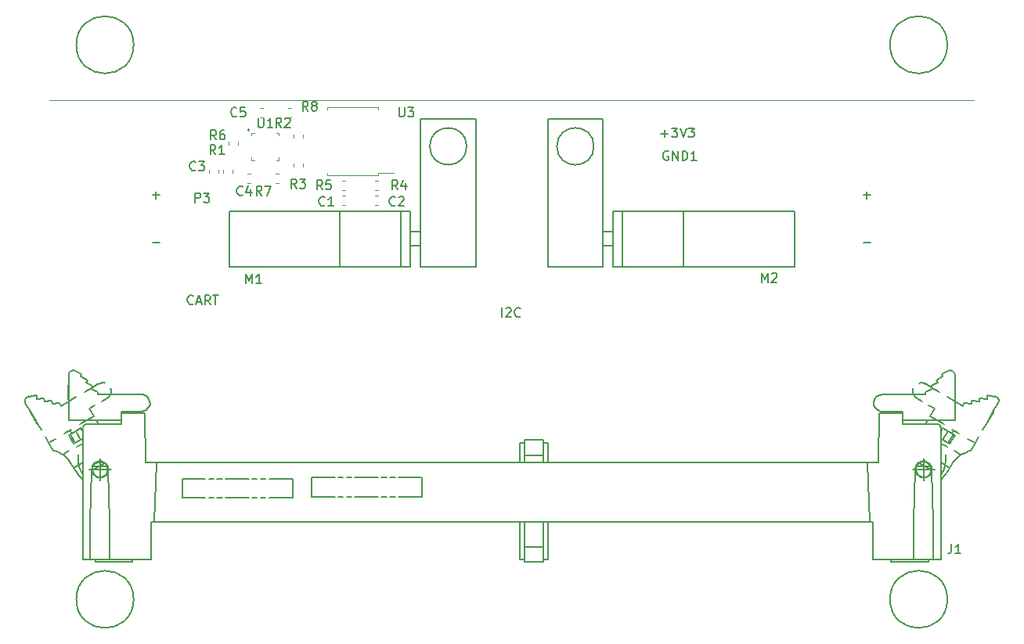
<source format=gbr>
G04 #@! TF.GenerationSoftware,KiCad,Pcbnew,5.1.5+dfsg1-2build2*
G04 #@! TF.CreationDate,2021-08-16T15:22:43+02:00*
G04 #@! TF.ProjectId,ModulAdapterMagnet,4d6f6475-6c41-4646-9170-7465724d6167,rev?*
G04 #@! TF.SameCoordinates,Original*
G04 #@! TF.FileFunction,Legend,Top*
G04 #@! TF.FilePolarity,Positive*
%FSLAX46Y46*%
G04 Gerber Fmt 4.6, Leading zero omitted, Abs format (unit mm)*
G04 Created by KiCad (PCBNEW 5.1.5+dfsg1-2build2) date 2021-08-16 15:22:43*
%MOMM*%
%LPD*%
G04 APERTURE LIST*
%ADD10C,0.150000*%
%ADD11C,0.100000*%
%ADD12C,0.120000*%
G04 APERTURE END LIST*
D10*
X61119047Y-90271428D02*
X61880952Y-90271428D01*
X61500000Y-90652380D02*
X61500000Y-89890476D01*
X61119047Y-95371428D02*
X61880952Y-95371428D01*
X138019047Y-95371428D02*
X138780952Y-95371428D01*
X138019047Y-90271428D02*
X138780952Y-90271428D01*
X138400000Y-90652380D02*
X138400000Y-89890476D01*
X65535500Y-102008142D02*
X65487880Y-102055761D01*
X65345023Y-102103380D01*
X65249785Y-102103380D01*
X65106928Y-102055761D01*
X65011690Y-101960523D01*
X64964071Y-101865285D01*
X64916452Y-101674809D01*
X64916452Y-101531952D01*
X64964071Y-101341476D01*
X65011690Y-101246238D01*
X65106928Y-101151000D01*
X65249785Y-101103380D01*
X65345023Y-101103380D01*
X65487880Y-101151000D01*
X65535500Y-101198619D01*
X65916452Y-101817666D02*
X66392642Y-101817666D01*
X65821214Y-102103380D02*
X66154547Y-101103380D01*
X66487880Y-102103380D01*
X67392642Y-102103380D02*
X67059309Y-101627190D01*
X66821214Y-102103380D02*
X66821214Y-101103380D01*
X67202166Y-101103380D01*
X67297404Y-101151000D01*
X67345023Y-101198619D01*
X67392642Y-101293857D01*
X67392642Y-101436714D01*
X67345023Y-101531952D01*
X67297404Y-101579571D01*
X67202166Y-101627190D01*
X66821214Y-101627190D01*
X67678357Y-101103380D02*
X68249785Y-101103380D01*
X67964071Y-102103380D02*
X67964071Y-101103380D01*
X98923809Y-103452380D02*
X98923809Y-102452380D01*
X99352380Y-102547619D02*
X99400000Y-102500000D01*
X99495238Y-102452380D01*
X99733333Y-102452380D01*
X99828571Y-102500000D01*
X99876190Y-102547619D01*
X99923809Y-102642857D01*
X99923809Y-102738095D01*
X99876190Y-102880952D01*
X99304761Y-103452380D01*
X99923809Y-103452380D01*
X100923809Y-103357142D02*
X100876190Y-103404761D01*
X100733333Y-103452380D01*
X100638095Y-103452380D01*
X100495238Y-103404761D01*
X100400000Y-103309523D01*
X100352380Y-103214285D01*
X100304761Y-103023809D01*
X100304761Y-102880952D01*
X100352380Y-102690476D01*
X100400000Y-102595238D01*
X100495238Y-102500000D01*
X100638095Y-102452380D01*
X100733333Y-102452380D01*
X100876190Y-102500000D01*
X100923809Y-102547619D01*
D11*
X50000000Y-80000000D02*
X150000000Y-80000000D01*
D10*
X118575000Y-91986141D02*
X118575000Y-97986141D01*
X111975000Y-91986141D02*
X111975000Y-97986141D01*
X108875000Y-84986141D02*
G75*
G03X108875000Y-84986141I-2000000J0D01*
G01*
X109875000Y-81986141D02*
X109875000Y-94186141D01*
X103875000Y-81986141D02*
X109875000Y-81986141D01*
X103875000Y-97986141D02*
X103875000Y-81986141D01*
X109875000Y-97986141D02*
X103875000Y-97986141D01*
X109875000Y-95786141D02*
X109875000Y-97986141D01*
X109875000Y-95736141D02*
X110975000Y-95736141D01*
X109875000Y-94236141D02*
X110975000Y-94236141D01*
X109875000Y-94236141D02*
X109875000Y-95736141D01*
X130575000Y-91986141D02*
X130575000Y-97986141D01*
X110975000Y-97986141D02*
X110975000Y-91986141D01*
X130575000Y-97986141D02*
X110975000Y-97986141D01*
X130575000Y-91986141D02*
X110975000Y-91986141D01*
X69425000Y-97986141D02*
X89025000Y-97986141D01*
X69425000Y-91986141D02*
X89025000Y-91986141D01*
X89025000Y-91986141D02*
X89025000Y-97986141D01*
X69425000Y-97986141D02*
X69425000Y-91986141D01*
X96125000Y-94236141D02*
X96125000Y-95736141D01*
X90125000Y-95736141D02*
X89025000Y-95736141D01*
X90125000Y-94236141D02*
X89025000Y-94236141D01*
X96125000Y-95786141D02*
X96125000Y-97986141D01*
X96125000Y-97986141D02*
X90125000Y-97986141D01*
X90125000Y-97986141D02*
X90125000Y-81986141D01*
X90125000Y-81986141D02*
X96125000Y-81986141D01*
X96125000Y-81986141D02*
X96125000Y-94186141D01*
X95125000Y-84986141D02*
G75*
G03X95125000Y-84986141I-2000000J0D01*
G01*
X88025000Y-97986141D02*
X88025000Y-91986141D01*
X81425000Y-97986141D02*
X81425000Y-91986141D01*
D12*
X82804200Y-80719800D02*
X80044200Y-80719800D01*
X80044200Y-80719800D02*
X80044200Y-80994800D01*
X82804200Y-80719800D02*
X85564200Y-80719800D01*
X85564200Y-80719800D02*
X85564200Y-80994800D01*
X82804200Y-88139800D02*
X80044200Y-88139800D01*
X80044200Y-88139800D02*
X80044200Y-87864800D01*
X82804200Y-88139800D02*
X85564200Y-88139800D01*
X85564200Y-88139800D02*
X85564200Y-87864800D01*
X85564200Y-87864800D02*
X87254200Y-87864800D01*
X76159779Y-80795600D02*
X75834221Y-80795600D01*
X76159779Y-81815600D02*
X75834221Y-81815600D01*
D10*
X143824978Y-119500400D02*
X143761378Y-119595600D01*
X144047398Y-119278320D02*
X143824978Y-119500400D01*
X145350108Y-119785940D02*
X145286508Y-119595580D01*
X145350108Y-120008040D02*
X145350108Y-119785940D01*
X144142718Y-119214830D02*
X144047418Y-119278330D01*
X144365138Y-119119630D02*
X144142718Y-119214830D01*
X144619328Y-119119630D02*
X144365138Y-119119630D01*
X144873508Y-119183130D02*
X144619328Y-119119630D01*
X145095928Y-119341770D02*
X144873508Y-119183130D01*
X145286568Y-119595580D02*
X145095928Y-119341770D01*
X145318338Y-120230150D02*
X145381938Y-120008060D01*
X145191248Y-120452240D02*
X145318338Y-120230150D01*
X144937058Y-120674330D02*
X145191248Y-120452240D01*
X144682868Y-120769530D02*
X144937058Y-120674330D01*
X144460458Y-120801230D02*
X144682868Y-120769530D01*
X144206268Y-120706030D02*
X144460458Y-120801230D01*
X143952078Y-120547390D02*
X144206268Y-120706030D01*
X143761438Y-120325300D02*
X143952078Y-120547390D01*
X143697838Y-120071490D02*
X143761438Y-120325300D01*
X143697838Y-119817680D02*
X143697838Y-120071490D01*
X143761438Y-119595580D02*
X143697838Y-119817680D01*
X145381888Y-120008040D02*
X144047398Y-119246590D01*
X53588427Y-115375870D02*
X53556677Y-115534500D01*
X53683747Y-115217230D02*
X53588427Y-115375870D01*
X53874388Y-115058600D02*
X53683747Y-115217230D01*
X54065028Y-115026900D02*
X53874388Y-115058600D01*
X56352744Y-120008020D02*
X56352716Y-119944580D01*
X56289174Y-120261830D02*
X56352744Y-120008020D01*
X56162075Y-120515650D02*
X56289174Y-120261830D01*
X55907893Y-120706010D02*
X56162075Y-120515650D01*
X55685473Y-120801210D02*
X55907893Y-120706010D01*
X55431291Y-120832910D02*
X55685473Y-120801210D01*
X55177101Y-120801210D02*
X55431291Y-120832910D01*
X54954689Y-120642570D02*
X55177101Y-120801210D01*
X54732270Y-120420480D02*
X54954689Y-120642570D01*
X54605179Y-120198400D02*
X54732270Y-120420480D01*
X54605222Y-119944640D02*
X54605179Y-120198400D01*
X54605222Y-119881140D02*
X54605222Y-119944640D01*
X54636972Y-119627330D02*
X54605222Y-119881140D01*
X54764070Y-119373520D02*
X54636972Y-119627330D01*
X55018253Y-119183150D02*
X54764070Y-119373520D01*
X55272443Y-119087950D02*
X55018253Y-119183150D01*
X55494854Y-119056250D02*
X55272443Y-119087950D01*
X55749044Y-119087950D02*
X55494854Y-119056250D01*
X56003234Y-119246590D02*
X55749044Y-119087950D01*
X56225646Y-119468680D02*
X56003234Y-119246590D01*
X56320966Y-119690760D02*
X56225646Y-119468680D01*
X56352716Y-119944580D02*
X56320966Y-119690760D01*
X146080868Y-115058620D02*
X145922008Y-115026920D01*
X146271508Y-115153820D02*
X146080868Y-115058620D01*
X146398608Y-115344180D02*
X146271508Y-115153820D01*
X146430408Y-115534540D02*
X146398608Y-115344180D01*
X145413718Y-120008020D02*
X145413658Y-119944580D01*
X145350118Y-120261830D02*
X145413718Y-120008020D01*
X145223028Y-120515650D02*
X145350118Y-120261830D01*
X144968838Y-120706010D02*
X145223028Y-120515650D01*
X144746418Y-120801210D02*
X144968838Y-120706010D01*
X144492228Y-120832910D02*
X144746418Y-120801210D01*
X144238038Y-120801210D02*
X144492228Y-120832910D01*
X144015628Y-120642570D02*
X144238038Y-120801210D01*
X143761438Y-120420480D02*
X144015628Y-120642570D01*
X143666138Y-120198400D02*
X143761438Y-120420480D01*
X143634388Y-119944640D02*
X143666138Y-120198400D01*
X143634388Y-119881140D02*
X143634388Y-119944640D01*
X143697988Y-119627330D02*
X143634388Y-119881140D01*
X143825078Y-119373520D02*
X143697988Y-119627330D01*
X144079268Y-119183150D02*
X143825078Y-119373520D01*
X144333458Y-119087950D02*
X144079268Y-119183150D01*
X144555868Y-119056250D02*
X144333458Y-119087950D01*
X144810058Y-119087950D02*
X144555868Y-119056250D01*
X145064248Y-119246590D02*
X144810058Y-119087950D01*
X145286658Y-119468680D02*
X145064248Y-119246590D01*
X145381958Y-119690760D02*
X145286658Y-119468680D01*
X145413658Y-119944580D02*
X145381958Y-119690760D01*
X137629158Y-125623700D02*
X137597458Y-125623700D01*
X138677688Y-125623700D02*
X139027198Y-125623700D01*
X137629158Y-125623700D02*
X137851578Y-125623700D01*
X137629158Y-125623700D02*
X137629158Y-125623700D01*
X138677688Y-125623700D02*
X137851578Y-125623700D01*
X138677688Y-125623700D02*
X138455278Y-119151410D01*
X137438518Y-125623700D02*
X137597388Y-125623700D01*
X137247878Y-125623700D02*
X137438518Y-125623700D01*
X137025468Y-125623700D02*
X137247878Y-125623700D01*
X136834828Y-125623700D02*
X137025468Y-125623700D01*
X136644188Y-125623700D02*
X136834828Y-125623700D01*
X136453548Y-125623700D02*
X136644188Y-125623700D01*
X136231138Y-125623700D02*
X136453548Y-125623700D01*
X136040498Y-125623700D02*
X136231138Y-125623700D01*
X135849858Y-125623700D02*
X136040498Y-125623700D01*
X135849858Y-125623700D02*
X135659218Y-125623700D01*
X146430408Y-115534540D02*
X146430408Y-129653020D01*
X143443698Y-125623700D02*
X143634338Y-119912860D01*
X145413658Y-119912860D02*
X145604298Y-125623700D01*
X60324397Y-113853010D02*
X57750749Y-113853010D01*
X60356168Y-119151410D02*
X61563561Y-119151410D01*
X54414539Y-125623700D02*
X54573408Y-119912860D01*
X101343908Y-129653020D02*
X100899076Y-129653020D01*
X101375678Y-129653020D02*
X101343908Y-129653020D01*
X103409178Y-129653020D02*
X103440948Y-129653020D01*
X100899076Y-125623700D02*
X100899076Y-129653020D01*
X101343905Y-129653020D02*
X101343905Y-125623700D01*
X56543356Y-129653020D02*
X60959869Y-129653020D01*
X54414539Y-129653020D02*
X53588427Y-129653020D01*
X54414539Y-129653020D02*
X56543356Y-129653020D01*
X54414539Y-129653020D02*
X54414539Y-125623700D01*
X56543356Y-125623700D02*
X56543356Y-129653020D01*
X53588427Y-129653020D02*
X53588427Y-115534540D01*
X60959869Y-125623700D02*
X60959869Y-129653020D01*
X56543356Y-125623700D02*
X56352716Y-119912860D01*
X143443698Y-129653020D02*
X145604298Y-129653020D01*
X143443698Y-129653020D02*
X139027198Y-129653020D01*
X143443698Y-129653020D02*
X143443698Y-125623700D01*
X139027198Y-125623700D02*
X139027198Y-129653020D01*
X54573408Y-115058640D02*
X54446310Y-115058640D01*
X55272421Y-115058640D02*
X54573408Y-115058640D01*
X55876114Y-115058640D02*
X57750749Y-115058640D01*
X54382768Y-115058640D02*
X54446338Y-115058640D01*
X54382768Y-115058640D02*
X54065028Y-115058640D01*
X61341150Y-125623700D02*
X61976614Y-125623700D01*
X61341150Y-125623700D02*
X61563561Y-119151410D01*
X63946569Y-125623700D02*
X64168980Y-125623700D01*
X63946569Y-125623700D02*
X63755928Y-125623700D01*
X64168980Y-125623700D02*
X93877147Y-125623700D01*
X63565288Y-125623700D02*
X63755928Y-125623700D01*
X63342876Y-125623700D02*
X63565288Y-125623700D01*
X63152236Y-125623700D02*
X63342876Y-125623700D01*
X62961595Y-125623700D02*
X62739176Y-125623700D01*
X62961595Y-125623700D02*
X63152236Y-125623700D01*
X62167254Y-125623700D02*
X61976614Y-125623700D01*
X62357895Y-125623700D02*
X62580314Y-125623700D01*
X62357895Y-125623700D02*
X62167254Y-125623700D01*
X62739176Y-125623700D02*
X62580314Y-125623700D01*
X145604298Y-129653020D02*
X146430408Y-129653020D01*
X61341150Y-125623700D02*
X60959869Y-125623700D01*
X145604298Y-125623700D02*
X145604298Y-129653020D01*
X135659218Y-125623700D02*
X106109920Y-125623700D01*
X145604298Y-115058640D02*
X145922028Y-115058640D01*
X142236318Y-115058640D02*
X144142718Y-115058640D01*
X135849858Y-119151410D02*
X106109920Y-119151410D01*
X139630888Y-119151410D02*
X139694488Y-113853010D01*
X138455278Y-119151410D02*
X137851578Y-119151410D01*
X138455278Y-119151410D02*
X139630888Y-119151410D01*
X137247878Y-119151410D02*
X137629158Y-119151410D01*
X136453548Y-119151410D02*
X136040498Y-119151410D01*
X137025468Y-119151410D02*
X136644188Y-119151410D01*
X137247878Y-119151410D02*
X137025468Y-119151410D01*
X137629158Y-119151410D02*
X137851578Y-119151410D01*
X136453548Y-119151410D02*
X136644188Y-119151410D01*
X135849858Y-119151410D02*
X136040498Y-119151410D01*
X57750749Y-114646180D02*
X57750749Y-113853010D01*
X55876114Y-115058640D02*
X55272421Y-115058640D01*
X57750749Y-115058640D02*
X57750749Y-114646180D01*
X64168980Y-119151410D02*
X98706710Y-119151410D01*
X63342876Y-119151410D02*
X62961595Y-119151410D01*
X63565288Y-119151410D02*
X63946569Y-119151410D01*
X61563561Y-119151410D02*
X62167254Y-119151410D01*
X60356168Y-119151410D02*
X60324418Y-113853010D01*
X62357895Y-119151410D02*
X62739176Y-119151410D01*
X62357895Y-119151410D02*
X62167254Y-119151410D01*
X62961595Y-119151410D02*
X62739176Y-119151410D01*
X101343905Y-117089160D02*
X101375675Y-117089160D01*
X63565288Y-119151410D02*
X63342876Y-119151410D01*
X64168980Y-119151410D02*
X63946569Y-119151410D01*
X103440951Y-117089160D02*
X103885779Y-117089160D01*
X103440951Y-117089160D02*
X103409181Y-117089160D01*
X103885779Y-119151410D02*
X103885779Y-117089160D01*
X103440951Y-117089160D02*
X103440951Y-119151410D01*
X101343905Y-117089160D02*
X100899076Y-117089160D01*
X104680115Y-119151410D02*
X104298834Y-119151410D01*
X104902529Y-119151410D02*
X105283810Y-119151410D01*
X104076420Y-119151410D02*
X100708436Y-119151410D01*
X104298834Y-119151410D02*
X104076420Y-119151410D01*
X104680115Y-119151410D02*
X104902529Y-119151410D01*
X101343905Y-117089160D02*
X101343905Y-119151410D01*
X100899076Y-119151410D02*
X100899076Y-117089160D01*
X105887505Y-119151410D02*
X105506224Y-119151410D01*
X105887505Y-119151410D02*
X106109920Y-119151410D01*
X105283810Y-119151410D02*
X105506224Y-119151410D01*
X100104741Y-119151410D02*
X100517795Y-119151410D01*
X99914100Y-119151410D02*
X99501045Y-119151410D01*
X100517795Y-119151410D02*
X100708436Y-119151410D01*
X99914100Y-119151410D02*
X100104741Y-119151410D01*
X98897350Y-119151410D02*
X99310405Y-119151410D01*
X98897350Y-119151410D02*
X98706710Y-119151410D01*
X99310405Y-119151410D02*
X99501045Y-119151410D01*
X94512616Y-125623700D02*
X94321976Y-125623700D01*
X98897350Y-125623700D02*
X98706710Y-125623700D01*
X100104741Y-125623700D02*
X99914100Y-125623700D01*
X100104741Y-125623700D02*
X100295381Y-125623700D01*
X99310405Y-125623700D02*
X99501045Y-125623700D01*
X99310405Y-125623700D02*
X98897350Y-125623700D01*
X99914100Y-125623700D02*
X99501045Y-125623700D01*
X100295381Y-125623700D02*
X100517795Y-125623700D01*
X95656460Y-125623700D02*
X95529366Y-125623700D01*
X95656460Y-125623700D02*
X98706710Y-125623700D01*
X95116311Y-125623700D02*
X95529366Y-125623700D01*
X94925671Y-125623700D02*
X95116311Y-125623700D01*
X94512616Y-125623700D02*
X94925671Y-125623700D01*
X93908921Y-125623700D02*
X93877151Y-125623700D01*
X94321976Y-125623700D02*
X93908921Y-125623700D01*
X100708436Y-125623700D02*
X100517795Y-125623700D01*
X103885779Y-125623700D02*
X100708436Y-125623700D01*
X104680115Y-125623700D02*
X104902529Y-125623700D01*
X104680115Y-125623700D02*
X104489475Y-125623700D01*
X54541630Y-111124500D02*
X55335971Y-110680320D01*
X53588427Y-115851810D02*
X53366015Y-115502810D01*
X53270695Y-115058640D02*
X54033257Y-114646180D01*
X51586701Y-116073890D02*
X52349263Y-115629720D01*
X52571682Y-109220910D02*
X52381042Y-109252610D01*
X52762323Y-109252610D02*
X52571682Y-109220910D01*
X52444583Y-116042170D02*
X52190401Y-115756630D01*
X53429543Y-120198400D02*
X53588405Y-120452210D01*
X53207124Y-119722490D02*
X53429543Y-120198400D01*
X53111804Y-119278320D02*
X53207124Y-119722490D01*
X53080054Y-118802410D02*
X53111804Y-119278320D01*
X54636930Y-119817680D02*
X54636930Y-120039760D01*
X54700500Y-119595580D02*
X54636930Y-119817680D01*
X56066755Y-119341770D02*
X55971435Y-119278270D01*
X56257395Y-119595580D02*
X56066755Y-119341770D01*
X67759381Y-122990370D02*
X67251009Y-122990370D01*
X68712584Y-122990370D02*
X68140662Y-122990370D01*
X52031531Y-111632130D02*
X52063281Y-111632130D01*
X52063302Y-111695580D02*
X52031552Y-111695580D01*
X52031531Y-111727310D02*
X52063281Y-111727310D01*
X52031531Y-111632130D02*
X52031531Y-111695630D01*
X52031531Y-111568670D02*
X52031531Y-111441770D01*
X52031531Y-111727310D02*
X52031531Y-111695610D01*
X52031531Y-111727310D02*
X52031531Y-111759010D01*
X52031531Y-111632130D02*
X52031531Y-111568630D01*
X48504659Y-114646180D02*
X48536430Y-114741380D01*
X48472909Y-114646180D02*
X48504659Y-114646180D01*
X48472909Y-114646180D02*
X48409339Y-114582680D01*
X49457883Y-112583980D02*
X49426133Y-112234940D01*
X50252216Y-112520480D02*
X49457883Y-112583980D01*
X50379315Y-117914060D02*
X50538177Y-117945760D01*
X90254976Y-122926910D02*
X87744875Y-122926910D01*
X72843128Y-120928110D02*
X73383279Y-120928110D01*
X71921703Y-120928110D02*
X72461847Y-120928110D01*
X52031531Y-111251410D02*
X52063281Y-111251410D01*
X52063302Y-111283130D02*
X52031552Y-111283130D01*
X52031531Y-111346590D02*
X52063281Y-111346590D01*
X52031531Y-111251410D02*
X52031531Y-111283110D01*
X52031531Y-111251410D02*
X52031531Y-111219710D01*
X52031531Y-111346590D02*
X52031531Y-111283090D01*
X67251009Y-120928110D02*
X67759381Y-120928110D01*
X64359621Y-120928110D02*
X66869727Y-120928110D01*
X143824978Y-119500400D02*
X143761378Y-119595600D01*
X144047398Y-119278320D02*
X143824978Y-119500400D01*
X145350108Y-119785940D02*
X145286508Y-119595580D01*
X145350108Y-120008040D02*
X145350108Y-119785940D01*
X144142718Y-119214830D02*
X144047418Y-119278330D01*
X144365138Y-119119630D02*
X144142718Y-119214830D01*
X147764848Y-109347790D02*
X147574208Y-109252590D01*
X147891938Y-109538150D02*
X147764848Y-109347790D01*
X147955538Y-109728510D02*
X147891938Y-109538150D01*
X147796668Y-115756630D02*
X147574248Y-116042170D01*
X146938758Y-119056230D02*
X146938758Y-118802410D01*
X146843458Y-119500400D02*
X146938758Y-119056230D01*
X144937058Y-120674330D02*
X145191248Y-120452240D01*
X144682868Y-120769530D02*
X144937058Y-120674330D01*
X144460458Y-120801230D02*
X144682868Y-120769530D01*
X144206268Y-120706030D02*
X144460458Y-120801230D01*
X143952078Y-120547390D02*
X144206268Y-120706030D01*
X143761438Y-120325300D02*
X143952078Y-120547390D01*
X53175375Y-120610850D02*
X53588427Y-121023290D01*
X52825865Y-120134940D02*
X53175375Y-120610850D01*
X56448036Y-112044580D02*
X56575135Y-111854210D01*
X50983008Y-118104420D02*
X50538177Y-117945780D01*
X51427839Y-118358210D02*
X50983008Y-118104420D01*
X51554930Y-118453410D02*
X51427839Y-118358210D01*
X52031531Y-118865870D02*
X51554930Y-118453410D01*
X52349263Y-119341770D02*
X52031531Y-118865870D01*
X56225624Y-112234940D02*
X56448036Y-112044580D01*
X55494833Y-110616840D02*
X55335971Y-110712060D01*
X55749023Y-110585140D02*
X55494833Y-110616840D01*
X55971463Y-110585140D02*
X55749023Y-110585140D01*
X48123378Y-113979950D02*
X48059829Y-113884720D01*
X48091628Y-114011650D02*
X48123378Y-113979950D01*
X48059850Y-113884740D02*
X48028100Y-113916440D01*
X145318338Y-110902410D02*
X146049128Y-110553420D01*
X145953808Y-114646180D02*
X142236318Y-114646180D01*
X143411928Y-111854210D02*
X144746418Y-111854210D01*
X143411928Y-111854210D02*
X140043948Y-111854210D01*
X145445428Y-111124500D02*
X145318338Y-110902410D01*
X52063302Y-111568630D02*
X52063302Y-111441770D01*
X52063302Y-111632080D02*
X52063302Y-111568630D01*
X52063302Y-111695610D02*
X52063302Y-111632080D01*
X52063302Y-111727330D02*
X52063302Y-111695610D01*
X52063302Y-111759030D02*
X52063302Y-111727330D01*
X52063302Y-111854210D02*
X52063302Y-111981130D01*
X52063302Y-111854210D02*
X52063302Y-111759010D01*
X52063302Y-112076260D02*
X52063302Y-111981110D01*
X52063302Y-112139760D02*
X52063302Y-112076260D01*
X147923758Y-112330120D02*
X147955558Y-112330120D01*
X147828438Y-115724900D02*
X147796638Y-115756600D01*
X52857643Y-115788350D02*
X52253943Y-116137350D01*
X52794094Y-117089160D02*
X53397786Y-116771890D01*
X146621048Y-115502810D02*
X146430408Y-115851810D01*
X145445428Y-111124500D02*
X144682868Y-110680320D01*
X144682868Y-115058640D02*
X144937058Y-114646180D01*
X55463062Y-121118470D02*
X55463062Y-118770690D01*
X49870935Y-117057430D02*
X50665276Y-116613250D01*
X49870935Y-117057430D02*
X50379315Y-117914060D01*
X54319218Y-113345380D02*
X54922911Y-112996380D01*
X54319218Y-113345380D02*
X54827591Y-114202010D01*
X48345810Y-114487550D02*
X48314060Y-114392350D01*
X48472909Y-114646180D02*
X48536479Y-114741380D01*
X48441131Y-114551000D02*
X48409381Y-114582700D01*
X73383279Y-122990370D02*
X72843128Y-122990370D01*
X76274659Y-122990370D02*
X73764560Y-122990370D01*
X48536451Y-114741360D02*
X48568201Y-114836560D01*
X48441131Y-114551000D02*
X48504701Y-114646200D01*
X47996308Y-113757830D02*
X47964558Y-113726130D01*
X52063302Y-110870680D02*
X52031552Y-110870680D01*
X52031531Y-110902410D02*
X52063281Y-110902410D01*
X52063302Y-110997590D02*
X52031552Y-110997590D01*
X52031531Y-110807230D02*
X52063281Y-110807230D01*
X52063302Y-111092770D02*
X52031552Y-111092770D01*
X52031531Y-111759030D02*
X52063281Y-111759030D01*
X52063302Y-111854210D02*
X52031552Y-111854210D01*
X52031531Y-111981130D02*
X52063281Y-111981130D01*
X69062094Y-120928110D02*
X71540422Y-120928110D01*
X68140662Y-120928110D02*
X68712584Y-120928110D01*
X52794094Y-117089160D02*
X52253943Y-116137350D01*
X52857643Y-115788350D02*
X53397786Y-116771890D01*
X50283995Y-112869500D02*
X50252245Y-112520480D01*
X51078328Y-112774300D02*
X50283995Y-112869500D01*
X51237198Y-113059840D02*
X51078328Y-112774300D01*
X52031531Y-110997590D02*
X52031531Y-110902390D01*
X52031531Y-112076310D02*
X52063281Y-112076310D01*
X52063302Y-112139760D02*
X52031552Y-112139760D01*
X52031531Y-112234940D02*
X52063281Y-112234940D01*
X52063302Y-112266670D02*
X52031552Y-112266670D01*
X52031531Y-112330120D02*
X52063281Y-112330120D01*
X52063302Y-111219680D02*
X52031552Y-111219680D01*
X142236318Y-114646180D02*
X142236318Y-113853010D01*
X142236318Y-115058640D02*
X142236318Y-114646180D01*
X52063302Y-110902390D02*
X52063302Y-110870710D01*
X52063302Y-110997570D02*
X52063302Y-110902390D01*
X52063302Y-111092770D02*
X52063302Y-110997570D01*
X52063302Y-111283130D02*
X52063302Y-111346630D01*
X52063302Y-110807230D02*
X52063302Y-109728510D01*
X52063302Y-112552210D02*
X52063302Y-114646180D01*
X54668729Y-110902410D02*
X53937937Y-110553420D01*
X54541630Y-111124500D02*
X54668729Y-110902410D01*
X54033257Y-114646180D02*
X52063302Y-114646180D01*
X52063302Y-112552210D02*
X52857643Y-112108030D01*
X47964529Y-113726110D02*
X47392607Y-112774300D01*
X48250490Y-114202010D02*
X48218740Y-114233710D01*
X56638677Y-119912860D02*
X54287447Y-119912860D01*
X144523998Y-121118470D02*
X144523998Y-118770690D01*
X143348378Y-119912860D02*
X145699618Y-119912860D01*
X52158623Y-115724900D02*
X52190373Y-115756600D01*
X76274659Y-120928110D02*
X76274659Y-122990370D01*
X73764560Y-120928110D02*
X76274659Y-120928110D01*
X47360836Y-112583940D02*
X47392586Y-112774300D01*
X47360837Y-112425300D02*
X47360836Y-112583940D01*
X47456157Y-112234940D02*
X47360837Y-112425300D01*
X47615026Y-112076350D02*
X47456157Y-112234940D01*
X47805667Y-112012850D02*
X47615026Y-112076350D01*
X87395367Y-122926910D02*
X86823445Y-122926910D01*
X82692899Y-122926910D02*
X82120977Y-122926910D01*
X86473937Y-122926910D02*
X85902016Y-122926910D01*
X53588427Y-116644980D02*
X53397786Y-116771890D01*
X147955538Y-110807230D02*
X147923738Y-110807230D01*
X56003213Y-110585140D02*
X55971463Y-110585140D01*
X56670427Y-111378310D02*
X56606885Y-111187950D01*
X56638705Y-111632130D02*
X56670427Y-111378310D01*
X56575135Y-111854210D02*
X56638705Y-111632130D01*
X52031531Y-112234940D02*
X52031531Y-112266640D01*
X52031531Y-112139760D02*
X52031531Y-112076260D01*
X52031531Y-112266670D02*
X52031531Y-112330170D01*
X52031531Y-112076310D02*
X52031531Y-111981110D01*
X52031531Y-112139760D02*
X52031531Y-112234960D01*
X52031531Y-111441790D02*
X52063281Y-111441770D01*
X52031531Y-111346590D02*
X52031531Y-111441790D01*
X52031531Y-110838960D02*
X52063281Y-110838960D01*
X52126852Y-117945780D02*
X51427839Y-118358230D01*
X53588427Y-117120880D02*
X52921185Y-117501600D01*
X48631751Y-114963400D02*
X48695341Y-114963460D01*
X48695321Y-115026940D02*
X48631751Y-114963400D01*
X48695321Y-115058640D02*
X48695321Y-115026940D01*
X52635224Y-117184360D02*
X52063302Y-116264250D01*
X52794094Y-117089160D02*
X52635224Y-117184360D01*
X54033257Y-114646180D02*
X57750749Y-114646180D01*
X55240650Y-111854210D02*
X55240650Y-111536950D01*
X56575135Y-111854210D02*
X55240650Y-111854210D01*
X57750749Y-113662650D02*
X59943116Y-113662650D01*
X54096807Y-110267870D02*
X53937937Y-110553420D01*
X54096807Y-110267870D02*
X53366015Y-109918870D01*
X54509859Y-111219680D02*
X55240650Y-111536950D01*
X52063302Y-111568670D02*
X52031552Y-111568670D01*
X144746418Y-115058640D02*
X144142718Y-115058640D01*
X145413658Y-115058640D02*
X144746418Y-115058640D01*
X145540748Y-115058640D02*
X145604348Y-115058640D01*
X142236318Y-113853010D02*
X139694438Y-113853010D01*
X142236318Y-114646180D02*
X142236318Y-113853010D01*
X142236318Y-115058640D02*
X142236318Y-114646180D01*
X137629158Y-125623700D02*
X137851578Y-125623700D01*
X137025468Y-125623700D02*
X137247878Y-125623700D01*
X136453548Y-125623700D02*
X136644188Y-125623700D01*
X136040498Y-125623700D02*
X135849858Y-125623700D01*
X64168980Y-125623700D02*
X63946569Y-125623700D01*
X63565288Y-125623700D02*
X63342876Y-125623700D01*
X62739176Y-125623700D02*
X62961595Y-125623700D01*
X48186948Y-114106830D02*
X48186948Y-114106830D01*
X48218698Y-114138530D02*
X48186969Y-114138550D01*
X48186920Y-114106830D02*
X48218698Y-114138530D01*
X71540422Y-122990370D02*
X69062094Y-122990370D01*
X72461847Y-122990370D02*
X71921703Y-122990370D01*
X52063302Y-112266670D02*
X52063302Y-112234970D01*
X52063302Y-112266670D02*
X52063302Y-112330170D01*
X52063302Y-112139760D02*
X52063302Y-112234960D01*
X52063302Y-111251430D02*
X52063302Y-111219710D01*
X52063302Y-111283130D02*
X52063302Y-111251430D01*
X52063302Y-111346590D02*
X52063302Y-111441790D01*
X52063302Y-111092770D02*
X52063302Y-111219680D01*
X52063302Y-110838960D02*
X52063302Y-110870660D01*
X52063302Y-110838960D02*
X52063302Y-110807260D01*
X151387068Y-111949400D02*
X151387068Y-112298390D01*
X151387068Y-111949400D02*
X152213168Y-112044600D01*
X152022508Y-113726130D02*
X151291748Y-115026900D01*
X152054308Y-113757830D02*
X152022508Y-113726130D01*
X52063302Y-112552210D02*
X51237198Y-113059840D01*
X54033257Y-114646180D02*
X54827591Y-114202010D01*
X47996308Y-113821290D02*
X48028058Y-113916490D01*
X48059850Y-113884740D02*
X48028100Y-113821240D01*
X48028079Y-113916470D02*
X48091649Y-114011670D01*
X48409360Y-114519280D02*
X48409360Y-114519280D01*
X48314039Y-114392370D02*
X48345789Y-114392370D01*
X48345810Y-114487550D02*
X48377560Y-114487550D01*
X49108373Y-115661450D02*
X48727092Y-115026900D01*
X49870935Y-117057430D02*
X49521433Y-116422890D01*
X55590174Y-120769530D02*
X55844364Y-120706030D01*
X55335991Y-120769530D02*
X55590174Y-120769530D01*
X55081801Y-120706030D02*
X55335991Y-120769530D01*
X54859390Y-120515670D02*
X55081801Y-120706030D01*
X54700520Y-120261850D02*
X54859390Y-120515670D01*
X54636950Y-120008040D02*
X54700520Y-120261850D01*
X60070257Y-111854110D02*
X59943166Y-111854110D01*
X60324447Y-111917610D02*
X60070257Y-111854110D01*
X60546858Y-112076240D02*
X60324447Y-111917610D01*
X52603453Y-119754220D02*
X52825865Y-120134940D01*
X53588427Y-119183130D02*
X52603453Y-119754220D01*
X53779067Y-111568670D02*
X54541630Y-111124500D01*
X62167254Y-125623700D02*
X62357895Y-125623700D01*
X100517795Y-125623700D02*
X100708436Y-125623700D01*
X100104741Y-125623700D02*
X99914100Y-125623700D01*
X98706710Y-125623700D02*
X98897350Y-125623700D01*
X99501045Y-125623700D02*
X99310405Y-125623700D01*
X105887505Y-125623700D02*
X106109920Y-125623700D01*
X104902529Y-125623700D02*
X104680115Y-125623700D01*
X105506224Y-125623700D02*
X105283810Y-125623700D01*
X104298834Y-125623700D02*
X104076420Y-125623700D01*
X52095081Y-109538170D02*
X52063331Y-109728530D01*
X52222172Y-109347810D02*
X52095081Y-109538170D01*
X52381042Y-109252610D02*
X52222172Y-109347810D01*
X144746418Y-111854210D02*
X144746418Y-111536950D01*
X145540748Y-115058640D02*
X145604348Y-115058640D01*
X53366015Y-115502810D02*
X52857643Y-115788350D01*
X55653703Y-112583940D02*
X56225624Y-112234940D01*
X64359621Y-122990370D02*
X64359621Y-120928110D01*
X66869727Y-122990370D02*
X64391400Y-122990370D01*
X54764049Y-119500400D02*
X54700479Y-119595600D01*
X54986460Y-119278320D02*
X54764049Y-119500400D01*
X55240650Y-119151410D02*
X54986460Y-119278320D01*
X55463062Y-119087910D02*
X55240650Y-119151410D01*
X55717252Y-119151410D02*
X55463062Y-119087910D01*
X55971434Y-119278320D02*
X55717252Y-119151410D01*
X56289166Y-119785940D02*
X56225596Y-119595580D01*
X56289166Y-120039760D02*
X56289166Y-119785940D01*
X56257416Y-120293580D02*
X56289166Y-120039760D01*
X56066775Y-120515670D02*
X56257416Y-120293580D01*
X55844364Y-120706030D02*
X56066775Y-120515670D01*
X47996308Y-113789550D02*
X48028058Y-113821250D01*
X47996308Y-113757830D02*
X47932738Y-113757830D01*
X47996308Y-113821290D02*
X48028058Y-113821290D01*
X147701348Y-119214860D02*
X147637748Y-119341770D01*
X148082628Y-118738960D02*
X147701348Y-119214860D01*
X148559228Y-118358230D02*
X148082628Y-118738960D01*
X143602568Y-112108030D02*
X143793208Y-112234940D01*
X143443698Y-111854210D02*
X143602568Y-112108030D01*
X52031531Y-111854230D02*
X52031531Y-111981130D01*
X52031531Y-111759030D02*
X52031531Y-111854230D01*
X52031531Y-110838960D02*
X52031531Y-110870660D01*
X52031531Y-110838960D02*
X52031531Y-110807260D01*
X52031531Y-110902410D02*
X52031531Y-110870710D01*
X52031531Y-111092770D02*
X52031531Y-110997570D01*
X52031531Y-111092770D02*
X52031531Y-111219680D01*
X54573408Y-115058640D02*
X54446310Y-115058640D01*
X54573408Y-115058640D02*
X55272421Y-115058640D01*
X54382768Y-115058640D02*
X54446338Y-115058640D01*
X53080054Y-118358230D02*
X53080054Y-118802410D01*
X53493107Y-109601610D02*
X52794094Y-109252610D01*
X56257395Y-119595580D02*
X54700500Y-119595580D01*
X47996308Y-113789530D02*
X47964558Y-113789550D01*
X47996308Y-113757830D02*
X47996308Y-113789530D01*
X47996308Y-113821290D02*
X47964558Y-113789590D01*
X105093170Y-125623700D02*
X104902529Y-125623700D01*
X105887505Y-125623700D02*
X106109920Y-125623700D01*
X105506224Y-125623700D02*
X105283810Y-125623700D01*
X105696865Y-125623700D02*
X105506224Y-125623700D01*
X105696865Y-125623700D02*
X105887505Y-125623700D01*
X105093170Y-125623700D02*
X105283810Y-125623700D01*
X103440951Y-125623700D02*
X103440951Y-129653020D01*
X104076420Y-125623700D02*
X103885779Y-125623700D01*
X104298834Y-125623700D02*
X104489475Y-125623700D01*
X104076420Y-125623700D02*
X104298834Y-125623700D01*
X103885779Y-129653020D02*
X103885779Y-125623700D01*
X103885779Y-129653020D02*
X103440951Y-129653020D01*
X145413658Y-115058640D02*
X145540748Y-115058640D01*
X141028918Y-129970290D02*
X145032378Y-129970290D01*
X54954689Y-129653020D02*
X54954689Y-129970290D01*
X58958142Y-129970290D02*
X58958142Y-129653020D01*
X54954689Y-129970290D02*
X58958142Y-129970290D01*
X147383568Y-109220890D02*
X147224698Y-109252590D01*
X147574208Y-109252590D02*
X147383568Y-109220890D01*
X145477208Y-111219680D02*
X145445408Y-111124480D01*
X144142718Y-115058640D02*
X144746418Y-115058640D01*
X147923758Y-112552210D02*
X147923758Y-112330120D01*
X145413658Y-115058640D02*
X145540748Y-115058640D01*
X146716368Y-119976310D02*
X146843458Y-119500400D01*
X146430408Y-120452210D02*
X146716368Y-119976310D01*
X139916808Y-113662640D02*
X140043898Y-113662640D01*
X139694388Y-113567440D02*
X139916808Y-113662640D01*
X139440208Y-113408800D02*
X139694388Y-113567440D01*
X139249568Y-113186710D02*
X139440208Y-113408800D01*
X78371713Y-122926910D02*
X78371713Y-120769480D01*
X146875228Y-120547390D02*
X147161198Y-120134940D01*
X146430408Y-121023290D02*
X146875228Y-120547390D01*
X143380078Y-111695580D02*
X143443758Y-111854210D01*
X143348358Y-111441770D02*
X143380078Y-111695580D01*
X143380158Y-111219720D02*
X143348358Y-111441770D01*
X143697838Y-120071490D02*
X143761438Y-120325300D01*
X143697838Y-119817680D02*
X143697838Y-120071490D01*
X143761438Y-119595580D02*
X143697838Y-119817680D01*
X147955538Y-112330120D02*
X147955538Y-110807230D01*
X145953808Y-114646180D02*
X147923758Y-114646180D01*
X144619328Y-119119630D02*
X144365138Y-119119630D01*
X144873508Y-119183130D02*
X144619328Y-119119630D01*
X145095928Y-119341770D02*
X144873508Y-119183130D01*
X145286568Y-119595580D02*
X145095928Y-119341770D01*
X145318338Y-120230150D02*
X145381938Y-120008060D01*
X145191248Y-120452240D02*
X145318338Y-120230150D01*
X85552508Y-122926910D02*
X83042407Y-122926910D01*
X80850040Y-122926910D02*
X78371713Y-122926910D01*
X81771469Y-122926910D02*
X81231321Y-122926910D01*
X99501045Y-119151410D02*
X99310405Y-119151410D01*
X100104741Y-119151410D02*
X99914100Y-119151410D01*
X103409178Y-116771890D02*
X103409178Y-117089160D01*
X101375678Y-117089160D02*
X101375678Y-116771890D01*
X103409178Y-117089160D02*
X103409178Y-118421690D01*
X146049128Y-110553420D02*
X145922028Y-110267870D01*
X136040498Y-119151410D02*
X135849858Y-119151410D01*
X137629158Y-119151410D02*
X137851578Y-119151410D01*
X137025468Y-119151410D02*
X137247878Y-119151410D01*
X136453548Y-119151410D02*
X136644188Y-119151410D01*
X150560958Y-112583940D02*
X150560958Y-112234940D01*
X149448878Y-117945780D02*
X149607748Y-117914080D01*
X146716368Y-115058640D02*
X145953808Y-114646180D01*
X148400358Y-116073890D02*
X147637798Y-115629720D01*
X142236318Y-113853010D02*
X142236318Y-113662650D01*
X144746418Y-115058640D02*
X145413658Y-115058640D01*
X48345810Y-114487550D02*
X48377560Y-114455850D01*
X48377589Y-114487550D02*
X48409339Y-114519250D01*
X48377589Y-114487550D02*
X48409339Y-114487550D01*
X48282240Y-114265490D02*
X48345839Y-114392370D01*
X48250490Y-114297190D02*
X48282240Y-114265490D01*
X48250469Y-114297230D02*
X48314060Y-114392390D01*
X48218719Y-114233730D02*
X48186969Y-114138530D01*
X48409360Y-114519280D02*
X48441110Y-114550980D01*
X48409360Y-114519280D02*
X48409360Y-114487580D01*
X146938778Y-118358230D02*
X146938778Y-118802410D01*
X145922028Y-110267870D02*
X146621048Y-109918870D01*
X142236318Y-113662650D02*
X140043948Y-113662650D01*
X145286568Y-119595580D02*
X143761438Y-119595580D01*
X145477208Y-111219680D02*
X144746418Y-111536950D01*
X86823445Y-120769480D02*
X87395367Y-120769480D01*
X85902016Y-120769480D02*
X86473937Y-120769480D01*
X147383608Y-119754220D02*
X146430408Y-119183130D01*
X147383608Y-119754220D02*
X147637798Y-119341770D01*
X147383608Y-119754220D02*
X147161198Y-120134940D01*
X147192968Y-117089160D02*
X147383608Y-117184360D01*
X83042407Y-120769480D02*
X85552508Y-120769480D01*
X82120977Y-120769480D02*
X82692899Y-120769480D01*
X53366015Y-109918870D02*
X53493107Y-109601610D01*
X54636930Y-119817680D02*
X54636930Y-120039760D01*
X54700500Y-119595580D02*
X54636930Y-119817680D01*
X56066755Y-119341770D02*
X55971435Y-119278270D01*
X56257395Y-119595580D02*
X56066755Y-119341770D01*
X54764049Y-119500400D02*
X54700479Y-119595600D01*
X54986460Y-119278320D02*
X54764049Y-119500400D01*
X147764898Y-116137350D02*
X147161198Y-115788350D01*
X147383608Y-117184340D02*
X147923758Y-116264250D01*
X147764898Y-116137350D02*
X147192968Y-117089160D01*
X147764898Y-116137350D02*
X147923758Y-116264250D01*
X146493948Y-109601610D02*
X146621048Y-109918870D01*
X146493948Y-109601610D02*
X147192968Y-109252610D01*
X147923758Y-112552210D02*
X147923758Y-114646180D01*
X147923758Y-110807230D02*
X147923758Y-112330120D01*
X147923758Y-110807230D02*
X147923758Y-109728510D01*
X152657998Y-112393570D02*
X152530908Y-112203210D01*
X152658048Y-112583940D02*
X152657998Y-112393570D01*
X152594448Y-112774300D02*
X152658048Y-112583940D01*
X149004058Y-118136150D02*
X148527458Y-118358230D01*
X149448878Y-117945780D02*
X149004058Y-118136150D01*
X56066775Y-120515670D02*
X56257416Y-120293580D01*
X55844364Y-120706030D02*
X56066775Y-120515670D01*
X55590174Y-120769530D02*
X55844364Y-120706030D01*
X55335991Y-120769530D02*
X55590174Y-120769530D01*
X55081801Y-120706030D02*
X55335991Y-120769530D01*
X54859390Y-120515670D02*
X55081801Y-120706030D01*
X54700520Y-120261850D02*
X54859390Y-120515670D01*
X63946569Y-119151410D02*
X64168980Y-119151410D01*
X63342876Y-119151410D02*
X63565288Y-119151410D01*
X62739176Y-119151410D02*
X62961595Y-119151410D01*
X62357895Y-119151410D02*
X62167254Y-119151410D01*
X105887505Y-119151410D02*
X106109920Y-119151410D01*
X55240650Y-119151410D02*
X54986460Y-119278320D01*
X55463062Y-119087910D02*
X55240650Y-119151410D01*
X55717252Y-119151410D02*
X55463062Y-119087910D01*
X55971434Y-119278320D02*
X55717252Y-119151410D01*
X56289166Y-119785940D02*
X56225596Y-119595580D01*
X56289166Y-120039760D02*
X56289166Y-119785940D01*
X56257416Y-120293580D02*
X56289166Y-120039760D01*
X144365138Y-112583940D02*
X143761438Y-112234940D01*
X145699618Y-113345380D02*
X145095928Y-112996380D01*
X147161198Y-115788350D02*
X146621048Y-115502810D01*
X146589268Y-116771890D02*
X147161198Y-115788350D01*
X146430408Y-116644980D02*
X146589268Y-116771890D01*
X57750749Y-113853010D02*
X57750749Y-114646180D01*
X57750749Y-113853010D02*
X57750749Y-113662650D01*
X55876114Y-115058640D02*
X55272421Y-115058640D01*
X57750749Y-114646180D02*
X57750749Y-115058640D01*
X56575135Y-111854210D02*
X59943116Y-111854210D01*
X54541630Y-111124500D02*
X54509880Y-111219700D01*
X101375678Y-129970290D02*
X101375678Y-128320490D01*
X103409178Y-128320490D02*
X103409178Y-129970290D01*
X101375678Y-128320490D02*
X103409178Y-128320490D01*
X103409178Y-129970290D02*
X101375678Y-129970290D01*
X141028918Y-129653020D02*
X141028918Y-129970290D01*
X145032378Y-129970290D02*
X145032378Y-129653020D01*
X48536451Y-114741360D02*
X48536451Y-114741360D01*
X48600000Y-114836540D02*
X48568250Y-114836540D01*
X48600000Y-114836540D02*
X48631750Y-114900040D01*
X143380158Y-111156220D02*
X143380158Y-111219720D01*
X144206268Y-110585140D02*
X144015628Y-110616840D01*
X144460458Y-110585140D02*
X144206268Y-110585140D01*
X144682868Y-110712040D02*
X144460458Y-110585140D01*
X151291748Y-115026900D02*
X150910468Y-115661450D01*
X150560958Y-112583940D02*
X149734838Y-112520440D01*
X151291748Y-115026900D02*
X151291748Y-115058600D01*
X148908738Y-112774300D02*
X149734838Y-112869500D01*
X48695321Y-114995180D02*
X48695321Y-114963480D01*
X48727092Y-115026900D02*
X48695342Y-115058600D01*
X48218719Y-114233730D02*
X48250469Y-114297230D01*
X48282269Y-114265460D02*
X48250519Y-114201960D01*
X48536451Y-114741360D02*
X48600021Y-114836560D01*
X78371713Y-120769480D02*
X80850040Y-120769480D01*
X47932758Y-113757830D02*
X47964508Y-113726130D01*
X47932758Y-113757830D02*
X47964508Y-113789530D01*
X48600000Y-111949400D02*
X47805667Y-112044600D01*
X48218719Y-114138550D02*
X48250469Y-114202050D01*
X48155170Y-114106830D02*
X48186920Y-114138530D01*
X48155170Y-114106830D02*
X48186920Y-114106830D01*
X90254976Y-120769480D02*
X90254976Y-122926910D01*
X87744875Y-120769480D02*
X90223203Y-120769480D01*
X147129418Y-112108030D02*
X147923758Y-112552210D01*
X145445428Y-111124500D02*
X146207988Y-111568670D01*
X145191248Y-114202010D02*
X145699618Y-113345380D01*
X145191248Y-114202010D02*
X145953808Y-114646180D01*
X105283810Y-119151410D02*
X105506224Y-119151410D01*
X104680115Y-119151410D02*
X104902529Y-119151410D01*
X104076420Y-119151410D02*
X104298834Y-119151410D01*
X98897350Y-119151410D02*
X98706710Y-119151410D01*
X100517795Y-119151410D02*
X100708436Y-119151410D01*
X150116118Y-117057430D02*
X149321788Y-116613250D01*
X147891988Y-117945780D02*
X148559228Y-118358230D01*
X146430408Y-117120880D02*
X147065868Y-117501600D01*
X147192968Y-117089160D02*
X146589268Y-116771890D01*
X48155198Y-114106850D02*
X48186920Y-114106830D01*
X48091628Y-114011650D02*
X48155198Y-114106850D01*
X48186948Y-114106830D02*
X48123378Y-113979920D01*
X48631771Y-112298390D02*
X48600021Y-111949400D01*
X48631771Y-112298390D02*
X49426112Y-112234890D01*
X48695341Y-114963460D02*
X48631751Y-114899960D01*
X152054308Y-113757830D02*
X151291748Y-115058640D01*
X152022528Y-113726110D02*
X152594448Y-112774300D01*
X150116118Y-117057430D02*
X149607748Y-117914060D01*
X150465628Y-116422890D02*
X150116118Y-117057430D01*
X54636950Y-120008040D02*
X54700520Y-120261850D01*
X52349263Y-119341770D02*
X52603453Y-119754220D01*
X52253943Y-116137350D02*
X52063302Y-116264250D01*
X55971434Y-119246590D02*
X54636950Y-120008040D01*
X55304192Y-115058640D02*
X55050010Y-114646180D01*
X148781638Y-113059840D02*
X148908738Y-112774300D01*
X148781638Y-113059840D02*
X147923758Y-112552210D01*
X150560958Y-112234940D02*
X151387068Y-112298440D01*
X149734838Y-112520480D02*
X149734838Y-112869480D01*
X48409360Y-114519280D02*
X48409360Y-114582780D01*
X48377560Y-114455870D02*
X48409339Y-114487520D01*
X48345810Y-114392370D02*
X48377560Y-114455870D01*
X101375678Y-118421690D02*
X101375678Y-117089160D01*
X101375678Y-118421690D02*
X103409178Y-118421690D01*
X103409178Y-116771890D02*
X101375678Y-116771890D01*
X152372038Y-112076310D02*
X152213168Y-112012810D01*
X152530908Y-112203210D02*
X152372038Y-112076310D01*
X81231321Y-120769480D02*
X81771469Y-120769480D01*
X48695321Y-114995180D02*
X48727071Y-115026880D01*
X48695321Y-114995180D02*
X48695321Y-115026880D01*
X139154268Y-112932890D02*
X139249568Y-113186710D01*
X139154268Y-112679080D02*
X139154268Y-112932890D01*
X139186068Y-112456990D02*
X139154268Y-112679080D01*
X139313158Y-112203180D02*
X139186068Y-112456990D01*
X139567348Y-112012820D02*
X139313158Y-112203180D01*
X139789758Y-111885910D02*
X139567348Y-112012820D01*
X140043948Y-111854210D02*
X139789758Y-111885910D01*
X60737499Y-112330060D02*
X60546858Y-112076240D01*
X60832819Y-112552140D02*
X60737499Y-112330060D01*
X60864569Y-112805960D02*
X60832819Y-112552140D01*
X60800999Y-113059780D02*
X60864569Y-112805960D01*
X60673908Y-113281860D02*
X60800999Y-113059780D01*
X60451489Y-113503950D02*
X60673908Y-113281860D01*
X60197306Y-113599150D02*
X60451489Y-113503950D01*
X59943116Y-113662650D02*
X60197306Y-113599150D01*
X52063302Y-112330120D02*
X52063302Y-112552210D01*
X48600000Y-114900000D02*
X48568250Y-114836500D01*
X48600000Y-114900000D02*
X48631750Y-114900000D01*
X48600000Y-114900000D02*
X48631750Y-114963500D01*
X59100000Y-74000000D02*
G75*
G03X59100000Y-74000000I-3100000J0D01*
G01*
X147100000Y-74000000D02*
G75*
G03X147100000Y-74000000I-3100000J0D01*
G01*
X59100000Y-134000000D02*
G75*
G03X59100000Y-134000000I-3100000J0D01*
G01*
X147100000Y-134000000D02*
G75*
G03X147100000Y-134000000I-3100000J0D01*
G01*
D11*
X74830000Y-83514000D02*
X74530000Y-83514000D01*
X74830000Y-83514000D02*
X74830000Y-83814000D01*
X71830000Y-83514000D02*
X72130000Y-83514000D01*
X71830000Y-83514000D02*
X71830000Y-83814000D01*
X74830000Y-86514000D02*
X74830000Y-86214000D01*
X74830000Y-86514000D02*
X74530000Y-86514000D01*
X71830000Y-86514000D02*
X72130000Y-86514000D01*
X71830000Y-86514000D02*
X71830000Y-86214000D01*
X71671421Y-83214000D02*
G75*
G03X71671421Y-83214000I-141421J0D01*
G01*
D12*
X77396000Y-86883221D02*
X77396000Y-87208779D01*
X76376000Y-86883221D02*
X76376000Y-87208779D01*
X74437221Y-87907600D02*
X74762779Y-87907600D01*
X74437221Y-88927600D02*
X74762779Y-88927600D01*
X81676221Y-90346000D02*
X82001779Y-90346000D01*
X81676221Y-91366000D02*
X82001779Y-91366000D01*
X67232000Y-87843779D02*
X67232000Y-87518221D01*
X68252000Y-87843779D02*
X68252000Y-87518221D01*
X71714779Y-87907600D02*
X71389221Y-87907600D01*
X71714779Y-88927600D02*
X71389221Y-88927600D01*
X73111779Y-80795600D02*
X72786221Y-80795600D01*
X73111779Y-81815600D02*
X72786221Y-81815600D01*
X68756000Y-87843779D02*
X68756000Y-87518221D01*
X69776000Y-87843779D02*
X69776000Y-87518221D01*
X77396000Y-83708221D02*
X77396000Y-84033779D01*
X76376000Y-83708221D02*
X76376000Y-84033779D01*
X85232221Y-89715000D02*
X85557779Y-89715000D01*
X85232221Y-88695000D02*
X85557779Y-88695000D01*
X81676221Y-88695000D02*
X82001779Y-88695000D01*
X81676221Y-89715000D02*
X82001779Y-89715000D01*
X69391000Y-84470221D02*
X69391000Y-84795779D01*
X70411000Y-84470221D02*
X70411000Y-84795779D01*
X85232221Y-90346000D02*
X85557779Y-90346000D01*
X85232221Y-91366000D02*
X85557779Y-91366000D01*
D10*
X127003476Y-99690380D02*
X127003476Y-98690380D01*
X127336809Y-99404666D01*
X127670142Y-98690380D01*
X127670142Y-99690380D01*
X128098714Y-98785619D02*
X128146333Y-98738000D01*
X128241571Y-98690380D01*
X128479666Y-98690380D01*
X128574904Y-98738000D01*
X128622523Y-98785619D01*
X128670142Y-98880857D01*
X128670142Y-98976095D01*
X128622523Y-99118952D01*
X128051095Y-99690380D01*
X128670142Y-99690380D01*
X71250476Y-99817380D02*
X71250476Y-98817380D01*
X71583809Y-99531666D01*
X71917142Y-98817380D01*
X71917142Y-99817380D01*
X72917142Y-99817380D02*
X72345714Y-99817380D01*
X72631428Y-99817380D02*
X72631428Y-98817380D01*
X72536190Y-98960238D01*
X72440952Y-99055476D01*
X72345714Y-99103095D01*
X87808095Y-80783380D02*
X87808095Y-81592904D01*
X87855714Y-81688142D01*
X87903333Y-81735761D01*
X87998571Y-81783380D01*
X88189047Y-81783380D01*
X88284285Y-81735761D01*
X88331904Y-81688142D01*
X88379523Y-81592904D01*
X88379523Y-80783380D01*
X88760476Y-80783380D02*
X89379523Y-80783380D01*
X89046190Y-81164333D01*
X89189047Y-81164333D01*
X89284285Y-81211952D01*
X89331904Y-81259571D01*
X89379523Y-81354809D01*
X89379523Y-81592904D01*
X89331904Y-81688142D01*
X89284285Y-81735761D01*
X89189047Y-81783380D01*
X88903333Y-81783380D01*
X88808095Y-81735761D01*
X88760476Y-81688142D01*
X77963933Y-81148380D02*
X77630600Y-80672190D01*
X77392504Y-81148380D02*
X77392504Y-80148380D01*
X77773457Y-80148380D01*
X77868695Y-80196000D01*
X77916314Y-80243619D01*
X77963933Y-80338857D01*
X77963933Y-80481714D01*
X77916314Y-80576952D01*
X77868695Y-80624571D01*
X77773457Y-80672190D01*
X77392504Y-80672190D01*
X78535361Y-80576952D02*
X78440123Y-80529333D01*
X78392504Y-80481714D01*
X78344885Y-80386476D01*
X78344885Y-80338857D01*
X78392504Y-80243619D01*
X78440123Y-80196000D01*
X78535361Y-80148380D01*
X78725838Y-80148380D01*
X78821076Y-80196000D01*
X78868695Y-80243619D01*
X78916314Y-80338857D01*
X78916314Y-80386476D01*
X78868695Y-80481714D01*
X78821076Y-80529333D01*
X78725838Y-80576952D01*
X78535361Y-80576952D01*
X78440123Y-80624571D01*
X78392504Y-80672190D01*
X78344885Y-80767428D01*
X78344885Y-80957904D01*
X78392504Y-81053142D01*
X78440123Y-81100761D01*
X78535361Y-81148380D01*
X78725838Y-81148380D01*
X78821076Y-81100761D01*
X78868695Y-81053142D01*
X78916314Y-80957904D01*
X78916314Y-80767428D01*
X78868695Y-80672190D01*
X78821076Y-80624571D01*
X78725838Y-80576952D01*
X147545666Y-128027380D02*
X147545666Y-128741666D01*
X147498047Y-128884523D01*
X147402809Y-128979761D01*
X147259952Y-129027380D01*
X147164714Y-129027380D01*
X148545666Y-129027380D02*
X147974238Y-129027380D01*
X148259952Y-129027380D02*
X148259952Y-128027380D01*
X148164714Y-128170238D01*
X148069476Y-128265476D01*
X147974238Y-128313095D01*
X116145095Y-83624928D02*
X116907000Y-83624928D01*
X116526047Y-84005880D02*
X116526047Y-83243976D01*
X117287952Y-83005880D02*
X117907000Y-83005880D01*
X117573666Y-83386833D01*
X117716523Y-83386833D01*
X117811761Y-83434452D01*
X117859380Y-83482071D01*
X117907000Y-83577309D01*
X117907000Y-83815404D01*
X117859380Y-83910642D01*
X117811761Y-83958261D01*
X117716523Y-84005880D01*
X117430809Y-84005880D01*
X117335571Y-83958261D01*
X117287952Y-83910642D01*
X118192714Y-83005880D02*
X118526047Y-84005880D01*
X118859380Y-83005880D01*
X119097476Y-83005880D02*
X119716523Y-83005880D01*
X119383190Y-83386833D01*
X119526047Y-83386833D01*
X119621285Y-83434452D01*
X119668904Y-83482071D01*
X119716523Y-83577309D01*
X119716523Y-83815404D01*
X119668904Y-83910642D01*
X119621285Y-83958261D01*
X119526047Y-84005880D01*
X119240333Y-84005880D01*
X119145095Y-83958261D01*
X119097476Y-83910642D01*
X116922904Y-85530000D02*
X116827666Y-85482380D01*
X116684809Y-85482380D01*
X116541952Y-85530000D01*
X116446714Y-85625238D01*
X116399095Y-85720476D01*
X116351476Y-85910952D01*
X116351476Y-86053809D01*
X116399095Y-86244285D01*
X116446714Y-86339523D01*
X116541952Y-86434761D01*
X116684809Y-86482380D01*
X116780047Y-86482380D01*
X116922904Y-86434761D01*
X116970523Y-86387142D01*
X116970523Y-86053809D01*
X116780047Y-86053809D01*
X117399095Y-86482380D02*
X117399095Y-85482380D01*
X117970523Y-86482380D01*
X117970523Y-85482380D01*
X118446714Y-86482380D02*
X118446714Y-85482380D01*
X118684809Y-85482380D01*
X118827666Y-85530000D01*
X118922904Y-85625238D01*
X118970523Y-85720476D01*
X119018142Y-85910952D01*
X119018142Y-86053809D01*
X118970523Y-86244285D01*
X118922904Y-86339523D01*
X118827666Y-86434761D01*
X118684809Y-86482380D01*
X118446714Y-86482380D01*
X119970523Y-86482380D02*
X119399095Y-86482380D01*
X119684809Y-86482380D02*
X119684809Y-85482380D01*
X119589571Y-85625238D01*
X119494333Y-85720476D01*
X119399095Y-85768095D01*
X72568095Y-81926380D02*
X72568095Y-82735904D01*
X72615714Y-82831142D01*
X72663333Y-82878761D01*
X72758571Y-82926380D01*
X72949047Y-82926380D01*
X73044285Y-82878761D01*
X73091904Y-82831142D01*
X73139523Y-82735904D01*
X73139523Y-81926380D01*
X74139523Y-82926380D02*
X73568095Y-82926380D01*
X73853809Y-82926380D02*
X73853809Y-81926380D01*
X73758571Y-82069238D01*
X73663333Y-82164476D01*
X73568095Y-82212095D01*
X76719333Y-89530380D02*
X76386000Y-89054190D01*
X76147904Y-89530380D02*
X76147904Y-88530380D01*
X76528857Y-88530380D01*
X76624095Y-88578000D01*
X76671714Y-88625619D01*
X76719333Y-88720857D01*
X76719333Y-88863714D01*
X76671714Y-88958952D01*
X76624095Y-89006571D01*
X76528857Y-89054190D01*
X76147904Y-89054190D01*
X77052666Y-88530380D02*
X77671714Y-88530380D01*
X77338380Y-88911333D01*
X77481238Y-88911333D01*
X77576476Y-88958952D01*
X77624095Y-89006571D01*
X77671714Y-89101809D01*
X77671714Y-89339904D01*
X77624095Y-89435142D01*
X77576476Y-89482761D01*
X77481238Y-89530380D01*
X77195523Y-89530380D01*
X77100285Y-89482761D01*
X77052666Y-89435142D01*
X65759304Y-91054380D02*
X65759304Y-90054380D01*
X66140257Y-90054380D01*
X66235495Y-90102000D01*
X66283114Y-90149619D01*
X66330733Y-90244857D01*
X66330733Y-90387714D01*
X66283114Y-90482952D01*
X66235495Y-90530571D01*
X66140257Y-90578190D01*
X65759304Y-90578190D01*
X66664066Y-90054380D02*
X67283114Y-90054380D01*
X66949780Y-90435333D01*
X67092638Y-90435333D01*
X67187876Y-90482952D01*
X67235495Y-90530571D01*
X67283114Y-90625809D01*
X67283114Y-90863904D01*
X67235495Y-90959142D01*
X67187876Y-91006761D01*
X67092638Y-91054380D01*
X66806923Y-91054380D01*
X66711685Y-91006761D01*
X66664066Y-90959142D01*
X72960133Y-90292380D02*
X72626800Y-89816190D01*
X72388704Y-90292380D02*
X72388704Y-89292380D01*
X72769657Y-89292380D01*
X72864895Y-89340000D01*
X72912514Y-89387619D01*
X72960133Y-89482857D01*
X72960133Y-89625714D01*
X72912514Y-89720952D01*
X72864895Y-89768571D01*
X72769657Y-89816190D01*
X72388704Y-89816190D01*
X73293466Y-89292380D02*
X73960133Y-89292380D01*
X73531561Y-90292380D01*
X79767333Y-91340142D02*
X79719714Y-91387761D01*
X79576857Y-91435380D01*
X79481619Y-91435380D01*
X79338761Y-91387761D01*
X79243523Y-91292523D01*
X79195904Y-91197285D01*
X79148285Y-91006809D01*
X79148285Y-90863952D01*
X79195904Y-90673476D01*
X79243523Y-90578238D01*
X79338761Y-90483000D01*
X79481619Y-90435380D01*
X79576857Y-90435380D01*
X79719714Y-90483000D01*
X79767333Y-90530619D01*
X80719714Y-91435380D02*
X80148285Y-91435380D01*
X80434000Y-91435380D02*
X80434000Y-90435380D01*
X80338761Y-90578238D01*
X80243523Y-90673476D01*
X80148285Y-90721095D01*
X65797333Y-87530142D02*
X65749714Y-87577761D01*
X65606857Y-87625380D01*
X65511619Y-87625380D01*
X65368761Y-87577761D01*
X65273523Y-87482523D01*
X65225904Y-87387285D01*
X65178285Y-87196809D01*
X65178285Y-87053952D01*
X65225904Y-86863476D01*
X65273523Y-86768238D01*
X65368761Y-86673000D01*
X65511619Y-86625380D01*
X65606857Y-86625380D01*
X65749714Y-86673000D01*
X65797333Y-86720619D01*
X66130666Y-86625380D02*
X66749714Y-86625380D01*
X66416380Y-87006333D01*
X66559238Y-87006333D01*
X66654476Y-87053952D01*
X66702095Y-87101571D01*
X66749714Y-87196809D01*
X66749714Y-87434904D01*
X66702095Y-87530142D01*
X66654476Y-87577761D01*
X66559238Y-87625380D01*
X66273523Y-87625380D01*
X66178285Y-87577761D01*
X66130666Y-87530142D01*
X70877333Y-90197142D02*
X70829714Y-90244761D01*
X70686857Y-90292380D01*
X70591619Y-90292380D01*
X70448761Y-90244761D01*
X70353523Y-90149523D01*
X70305904Y-90054285D01*
X70258285Y-89863809D01*
X70258285Y-89720952D01*
X70305904Y-89530476D01*
X70353523Y-89435238D01*
X70448761Y-89340000D01*
X70591619Y-89292380D01*
X70686857Y-89292380D01*
X70829714Y-89340000D01*
X70877333Y-89387619D01*
X71734476Y-89625714D02*
X71734476Y-90292380D01*
X71496380Y-89244761D02*
X71258285Y-89959047D01*
X71877333Y-89959047D01*
X70242333Y-81688142D02*
X70194714Y-81735761D01*
X70051857Y-81783380D01*
X69956619Y-81783380D01*
X69813761Y-81735761D01*
X69718523Y-81640523D01*
X69670904Y-81545285D01*
X69623285Y-81354809D01*
X69623285Y-81211952D01*
X69670904Y-81021476D01*
X69718523Y-80926238D01*
X69813761Y-80831000D01*
X69956619Y-80783380D01*
X70051857Y-80783380D01*
X70194714Y-80831000D01*
X70242333Y-80878619D01*
X71147095Y-80783380D02*
X70670904Y-80783380D01*
X70623285Y-81259571D01*
X70670904Y-81211952D01*
X70766142Y-81164333D01*
X71004238Y-81164333D01*
X71099476Y-81211952D01*
X71147095Y-81259571D01*
X71194714Y-81354809D01*
X71194714Y-81592904D01*
X71147095Y-81688142D01*
X71099476Y-81735761D01*
X71004238Y-81783380D01*
X70766142Y-81783380D01*
X70670904Y-81735761D01*
X70623285Y-81688142D01*
X67956333Y-85847380D02*
X67623000Y-85371190D01*
X67384904Y-85847380D02*
X67384904Y-84847380D01*
X67765857Y-84847380D01*
X67861095Y-84895000D01*
X67908714Y-84942619D01*
X67956333Y-85037857D01*
X67956333Y-85180714D01*
X67908714Y-85275952D01*
X67861095Y-85323571D01*
X67765857Y-85371190D01*
X67384904Y-85371190D01*
X68908714Y-85847380D02*
X68337285Y-85847380D01*
X68623000Y-85847380D02*
X68623000Y-84847380D01*
X68527761Y-84990238D01*
X68432523Y-85085476D01*
X68337285Y-85133095D01*
X75068333Y-82926380D02*
X74735000Y-82450190D01*
X74496904Y-82926380D02*
X74496904Y-81926380D01*
X74877857Y-81926380D01*
X74973095Y-81974000D01*
X75020714Y-82021619D01*
X75068333Y-82116857D01*
X75068333Y-82259714D01*
X75020714Y-82354952D01*
X74973095Y-82402571D01*
X74877857Y-82450190D01*
X74496904Y-82450190D01*
X75449285Y-82021619D02*
X75496904Y-81974000D01*
X75592142Y-81926380D01*
X75830238Y-81926380D01*
X75925476Y-81974000D01*
X75973095Y-82021619D01*
X76020714Y-82116857D01*
X76020714Y-82212095D01*
X75973095Y-82354952D01*
X75401666Y-82926380D01*
X76020714Y-82926380D01*
X87641333Y-89657380D02*
X87308000Y-89181190D01*
X87069904Y-89657380D02*
X87069904Y-88657380D01*
X87450857Y-88657380D01*
X87546095Y-88705000D01*
X87593714Y-88752619D01*
X87641333Y-88847857D01*
X87641333Y-88990714D01*
X87593714Y-89085952D01*
X87546095Y-89133571D01*
X87450857Y-89181190D01*
X87069904Y-89181190D01*
X88498476Y-88990714D02*
X88498476Y-89657380D01*
X88260380Y-88609761D02*
X88022285Y-89324047D01*
X88641333Y-89324047D01*
X79513333Y-89657380D02*
X79180000Y-89181190D01*
X78941904Y-89657380D02*
X78941904Y-88657380D01*
X79322857Y-88657380D01*
X79418095Y-88705000D01*
X79465714Y-88752619D01*
X79513333Y-88847857D01*
X79513333Y-88990714D01*
X79465714Y-89085952D01*
X79418095Y-89133571D01*
X79322857Y-89181190D01*
X78941904Y-89181190D01*
X80418095Y-88657380D02*
X79941904Y-88657380D01*
X79894285Y-89133571D01*
X79941904Y-89085952D01*
X80037142Y-89038333D01*
X80275238Y-89038333D01*
X80370476Y-89085952D01*
X80418095Y-89133571D01*
X80465714Y-89228809D01*
X80465714Y-89466904D01*
X80418095Y-89562142D01*
X80370476Y-89609761D01*
X80275238Y-89657380D01*
X80037142Y-89657380D01*
X79941904Y-89609761D01*
X79894285Y-89562142D01*
X68032533Y-84247180D02*
X67699200Y-83770990D01*
X67461104Y-84247180D02*
X67461104Y-83247180D01*
X67842057Y-83247180D01*
X67937295Y-83294800D01*
X67984914Y-83342419D01*
X68032533Y-83437657D01*
X68032533Y-83580514D01*
X67984914Y-83675752D01*
X67937295Y-83723371D01*
X67842057Y-83770990D01*
X67461104Y-83770990D01*
X68889676Y-83247180D02*
X68699200Y-83247180D01*
X68603961Y-83294800D01*
X68556342Y-83342419D01*
X68461104Y-83485276D01*
X68413485Y-83675752D01*
X68413485Y-84056704D01*
X68461104Y-84151942D01*
X68508723Y-84199561D01*
X68603961Y-84247180D01*
X68794438Y-84247180D01*
X68889676Y-84199561D01*
X68937295Y-84151942D01*
X68984914Y-84056704D01*
X68984914Y-83818609D01*
X68937295Y-83723371D01*
X68889676Y-83675752D01*
X68794438Y-83628133D01*
X68603961Y-83628133D01*
X68508723Y-83675752D01*
X68461104Y-83723371D01*
X68413485Y-83818609D01*
X87387333Y-91340142D02*
X87339714Y-91387761D01*
X87196857Y-91435380D01*
X87101619Y-91435380D01*
X86958761Y-91387761D01*
X86863523Y-91292523D01*
X86815904Y-91197285D01*
X86768285Y-91006809D01*
X86768285Y-90863952D01*
X86815904Y-90673476D01*
X86863523Y-90578238D01*
X86958761Y-90483000D01*
X87101619Y-90435380D01*
X87196857Y-90435380D01*
X87339714Y-90483000D01*
X87387333Y-90530619D01*
X87768285Y-90530619D02*
X87815904Y-90483000D01*
X87911142Y-90435380D01*
X88149238Y-90435380D01*
X88244476Y-90483000D01*
X88292095Y-90530619D01*
X88339714Y-90625857D01*
X88339714Y-90721095D01*
X88292095Y-90863952D01*
X87720666Y-91435380D01*
X88339714Y-91435380D01*
M02*

</source>
